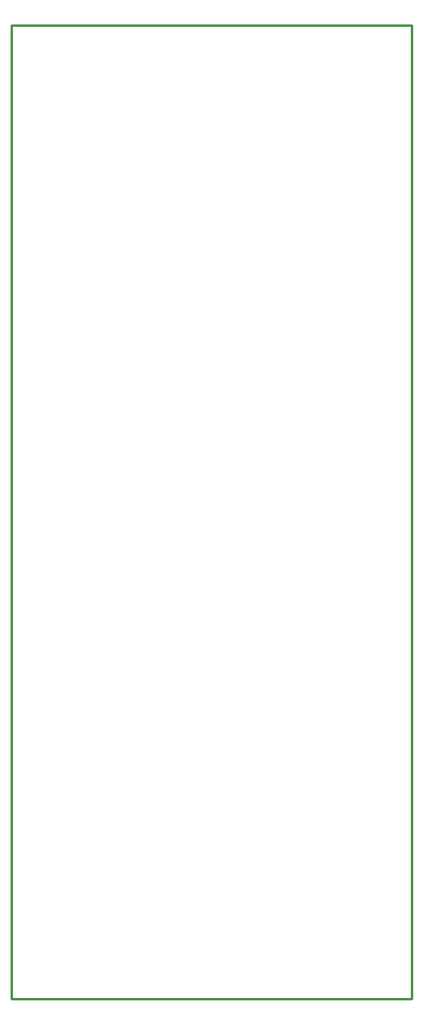
<source format=gm1>
G04*
G04 #@! TF.GenerationSoftware,Altium Limited,Altium Designer,19.1.8 (144)*
G04*
G04 Layer_Color=16711935*
%FSLAX25Y25*%
%MOIN*%
G70*
G01*
G75*
%ADD11C,0.01000*%
D11*
X1000Y1000D02*
X165000D01*
X165000Y399500D02*
X165000Y1000D01*
X1000Y399500D02*
X165000D01*
X1000D02*
X1000Y1000D01*
M02*

</source>
